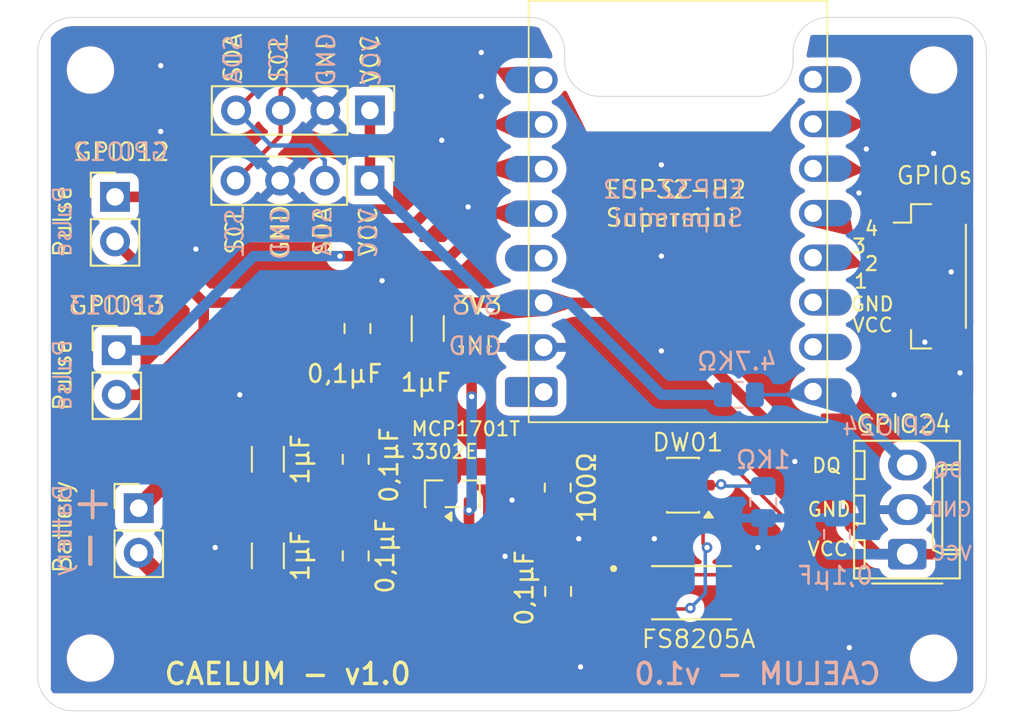
<source format=kicad_pcb>
(kicad_pcb (version 20241229) (generator "pcbnew") (generator_version "9.0")
  (layers (0 "F.Cu" signal) (2 "B.Cu" signal) (13 "F.Paste" user) (15 "B.Paste" user) (5 "F.SilkS" user "F.Silkscreen") (7 "B.SilkS" user "B.Silkscreen") (1 "F.Mask" user) (3 "B.Mask" user) (25 "Edge.Cuts" user))
  (net 0 "")
  (net 1 "Net-(U1-VCC)")
  (net 2 "BATT-")
  (net 3 "OUT-")
  (net 4 "BATT+")
  (net 5 "+3V3")
  (net 6 "Net-(U1-CS)")
  (net 8 "GPIO12")
  (net 9 "SDA")
  (net 10 "SCL")
  (net 13 "GPIO1")
  (net 14 "GPIO2")
  (net 15 "GPIO13")
  (net 17 "GPIO24")
  (net 18 "Net-(Q1-D12-Pad1)")
  (net 19 "Net-(Q1-G1)")
  (net 20 "Net-(Q1-G2)")
  (net 21 "GPIO3")
  (net 22 "GPIO4")
  (footprint "Capacitor_SMD:C_0805_2012Metric" (layer "F.Cu") (at 75.2 44.225 -90)
    (property "Reference" "0,1µF" (at 2.575 0.735 0) (layer "F.SilkS"))
    (property "Value" "0.1µF")
    (fp_line (start -0.261252 0.735) (end 0.261252 0.735) (stroke (width 0.12)) (layer "F.SilkS"))
    (fp_line (start -0.261252 -0.735) (end 0.261252 -0.735) (stroke (width 0.12)) (layer "F.SilkS"))
    (pad "1" smd roundrect (at -0.95 0 270) (size 1 1.45) (layers "F.Cu" "F.Mask" "F.Paste") (net 5 "+3V3"))
    (pad "2" smd roundrect (at 0.95 0 270) (size 1 1.45) (layers "F.Cu" "F.Mask" "F.Paste") (net 3 "OUT-"))
  )
  (footprint "MountingHole:MountingHole_2.2mm_M2" (layer "F.Cu") (at 60 63)
    (property "Reference" "H2" (hide yes))
    (property "Value" "MountingHole")
    (pad "" np_thru_hole circle (at 0 0) (size 2.2 2.2) (drill 2.2) (layers "*.Cu" "*.Mask"))
  )
  (footprint "MountingHole:MountingHole_2.2mm_M2" (layer "F.Cu") (at 108 29.5)
    (property "Reference" "H3" (hide yes))
    (property "Value" "MountingHole")
    (pad "" np_thru_hole circle (at 0 0) (size 2.2 2.2) (drill 2.2) (layers "*.Cu" "*.Mask"))
  )
  (footprint "Capacitor_SMD:C_1206_3216Metric" (layer "F.Cu") (at 70.1 57.175 -90)
    (property "Reference" "1µF" (at 0 -1.85 90) (layer "F.SilkS"))
    (property "Value" "1µF")
    (fp_line (start -0.711252 0.91) (end 0.711252 0.91) (stroke (width 0.12)) (layer "F.SilkS"))
    (fp_line (start -0.711252 -0.91) (end 0.711252 -0.91) (stroke (width 0.12)) (layer "F.SilkS"))
    (pad "1" smd roundrect (at -1.475 0 270) (size 1.15 1.8) (layers "F.Cu" "F.Mask" "F.Paste") (roundrect_rratio 0.217391) (net 3 "OUT-"))
    (pad "2" smd roundrect (at 1.475 0 270) (size 1.15 1.8) (layers "F.Cu" "F.Mask" "F.Paste") (roundrect_rratio 0.217391) (net 5 "+3V3"))
  )
  (footprint "Connector_PinHeader_2.54mm:PinHeader_1x02_P2.54mm_Vertical" (layer "F.Cu") (at 61.5 45.46)
    (property "Reference" "J6" (hide yes))
    (property "Value" "Pulse2")
    (fp_line (start -1.38 -1.38) (end 0 -1.38) (stroke (width 0.12)) (layer "F.SilkS"))
    (fp_line (start -1.38 0) (end -1.38 -1.38) (stroke (width 0.12)) (layer "F.SilkS"))
    (fp_line (start -1.38 1.27) (end -1.38 3.92) (stroke (width 0.12)) (layer "F.SilkS"))
    (fp_line (start -1.38 1.27) (end 1.38 1.27) (stroke (width 0.12)) (layer "F.SilkS"))
    (fp_line (start -1.38 3.92) (end 1.38 3.92) (stroke (width 0.12)) (layer "F.SilkS"))
    (fp_line (start 1.38 1.27) (end 1.38 3.92) (stroke (width 0.12)) (layer "F.SilkS"))
    (pad "1" thru_hole rect (at 0 0) (size 1.7 1.7) (drill 1) (layers "*.Cu" "*.Mask") (net 15 "GPIO13"))
    (pad "2" thru_hole circle (at 0 2.54) (size 1.7 1.7) (drill 1) (layers "*.Cu" "*.Mask") (net 5 "+3V3"))
  )
  (footprint "Connector_Molex:Molex_KK-254_AE-6410-03A_1x03_P2.54mm_Vertical" (layer "F.Cu") (at 106.5 57.08 90)
    (property "Reference" "J8" (hide yes))
    (property "Value" "DS18B20")
    (fp_line (start 6.46 -3.03) (end -1.38 -3.03) (stroke (width 0.12)) (layer "F.SilkS"))
    (fp_line (start 4.28 -3.03) (end 4.28 -2.43) (stroke (width 0.12)) (layer "F.SilkS"))
    (fp_line (start 1.74 -3.03) (end 1.74 -2.43) (stroke (width 0.12)) (layer "F.SilkS"))
    (fp_line (start -0.8 -3.03) (end -0.8 -2.43) (stroke (width 0.12)) (layer "F.SilkS"))
    (fp_line (start -1.38 -3.03) (end -1.38 2.99) (stroke (width 0.12)) (layer "F.SilkS"))
    (fp_line (start 5.88 -2.43) (end 5.88 -3.03) (stroke (width 0.12)) (layer "F.SilkS"))
    (fp_line (start 4.28 -2.43) (end 5.88 -2.43) (stroke (width 0.12)) (layer "F.SilkS"))
    (fp_line (start 3.34 -2.43) (end 3.34 -3.03) (stroke (width 0.12)) (layer "F.SilkS"))
    (fp_line (start 1.74 -2.43) (end 3.34 -2.43) (stroke (width 0.12)) (layer "F.SilkS"))
    (fp_line (start 0.8 -2.43) (end 0.8 -3.03) (stroke (width 0.12)) (layer "F.SilkS"))
    (fp_line (start -0.8 -2.43) (end 0.8 -2.43) (stroke (width 0.12)) (layer "F.SilkS"))
    (fp_line (start -1.67 -2) (end -1.67 2) (stroke (width 0.12)) (layer "F.SilkS"))
    (fp_line (start 4.83 1.46) (end 5.08 1.99) (stroke (width 0.12)) (layer "F.SilkS"))
    (fp_line (start 0.25 1.46) (end 4.83 1.46) (stroke (width 0.12)) (layer "F.SilkS"))
    (fp_line (start 5.08 1.99) (end 5.08 2.99) (stroke (width 0.12)) (layer "F.SilkS"))
    (fp_line (start 0 1.99) (end 0.25 1.46) (stroke (width 0.12)) (layer "F.SilkS"))
    (fp_line (start 0 1.99) (end 5.08 1.99) (stroke (width 0.12)) (layer "F.SilkS"))
    (fp_line (start 6.46 2.99) (end 6.46 -3.03) (stroke (width 0.12)) (layer "F.SilkS"))
    (fp_line (start 4.83 2.99) (end 4.83 1.99) (stroke (width 0.12)) (layer "F.SilkS"))
    (fp_line (start 0.25 2.99) (end 0.25 1.99) (stroke (width 0.12)) (layer "F.SilkS"))
    (fp_line (start 0 2.99) (end 0 1.99) (stroke (width 0.12)) (layer "F.SilkS"))
    (fp_line (start -1.38 2.99) (end 6.46 2.99) (stroke (width 0.12)) (layer "F.SilkS"))
    (pad "1" thru_hole roundrect (at 0 0 90) (size 1.74 2.19) (drill 1.19) (layers "*.Cu" "*.Mask") (roundrect_rratio 0.143678) (net 5 "+3V3"))
    (pad "2" thru_hole oval (at 2.54 0 90) (size 1.74 2.19) (drill 1.19) (layers "*.Cu" "*.Mask") (net 3 "OUT-"))
    (pad "3" thru_hole oval (at 5.08 0 90) (size 1.74 2.19) (drill 1.19) (layers "*.Cu" "*.Mask") (net 17 "GPIO24"))
  )
  (footprint "Connector_PinHeader_2.54mm:PinHeader_1x02_P2.54mm_Vertical" (layer "F.Cu") (at 61.4 36.725)
    (property "Reference" "J3" (hide yes))
    (property "Value" "Pulse1")
    (fp_line (start -1.38 -1.38) (end 0 -1.38) (stroke (width 0.12)) (layer "F.SilkS"))
    (fp_line (start -1.38 0) (end -1.38 -1.38) (stroke (width 0.12)) (layer "F.SilkS"))
    (fp_line (start -1.38 1.27) (end -1.38 3.92) (stroke (width 0.12)) (layer "F.SilkS"))
    (fp_line (start -1.38 1.27) (end 1.38 1.27) (stroke (width 0.12)) (layer "F.SilkS"))
    (fp_line (start -1.38 3.92) (end 1.38 3.92) (stroke (width 0.12)) (layer "F.SilkS"))
    (fp_line (start 1.38 1.27) (end 1.38 3.92) (stroke (width 0.12)) (layer "F.SilkS"))
    (pad "1" thru_hole rect (at 0 0) (size 1.7 1.7) (drill 1) (layers "*.Cu" "*.Mask") (net 8 "GPIO12"))
    (pad "2" thru_hole circle (at 0 2.54) (size 1.7 1.7) (drill 1) (layers "*.Cu" "*.Mask") (net 5 "+3V3"))
  )
  (footprint "Capacitor_SMD:C_0805_2012Metric" (layer "F.Cu") (at 75.1 57.175 -90)
    (property "Reference" "0,1µF" (at 0 -1.68 270) (layer "F.SilkS"))
    (property "Value" "0.1µF")
    (fp_line (start -0.261252 0.735) (end 0.261252 0.735) (stroke (width 0.12)) (layer "F.SilkS"))
    (fp_line (start -0.261252 -0.735) (end 0.261252 -0.735) (stroke (width 0.12)) (layer "F.SilkS"))
    (pad "1" smd roundrect (at -0.95 0 270) (size 1 1.45) (layers "F.Cu" "F.Mask" "F.Paste") (net 3 "OUT-"))
    (pad "2" smd roundrect (at 0.95 0 270) (size 1 1.45) (layers "F.Cu" "F.Mask" "F.Paste") (net 5 "+3V3"))
  )
  (footprint "Capacitor_SMD:C_1206_3216Metric" (layer "F.Cu") (at 79.2 44.225 -90)
    (property "Reference" "1µF" (at 3.075 0.1 180) (layer "F.SilkS"))
    (property "Value" "1µF")
    (fp_line (start -0.711252 0.91) (end 0.711252 0.91) (stroke (width 0.12)) (layer "F.SilkS"))
    (fp_line (start -0.711252 -0.91) (end 0.711252 -0.91) (stroke (width 0.12)) (layer "F.SilkS"))
    (pad "1" smd roundrect (at -1.475 0 270) (size 1.15 1.8) (layers "F.Cu" "F.Mask" "F.Paste") (roundrect_rratio 0.217391) (net 5 "+3V3"))
    (pad "2" smd roundrect (at 1.475 0 270) (size 1.15 1.8) (layers "F.Cu" "F.Mask" "F.Paste") (roundrect_rratio 0.217391) (net 3 "OUT-"))
  )
  (footprint "MountingHole:MountingHole_2.2mm_M2" (layer "F.Cu") (at 60 29.5)
    (property "Reference" "H1" (hide yes))
    (property "Value" "MountingHole")
    (pad "" np_thru_hole circle (at 0 0) (size 2.2 2.2) (drill 2.2) (layers "*.Cu" "*.Mask"))
  )
  (footprint "Capacitor_SMD:C_1206_3216Metric" (layer "F.Cu") (at 70.1 51.675 -90)
    (property "Reference" "1µF" (at 0 -1.85 90) (layer "F.SilkS"))
    (property "Value" "1µF")
    (fp_line (start -0.711252 0.91) (end 0.711252 0.91) (stroke (width 0.12)) (layer "F.SilkS"))
    (fp_line (start -0.711252 -0.91) (end 0.711252 -0.91) (stroke (width 0.12)) (layer "F.SilkS"))
    (pad "1" smd roundrect (at -1.475 0 270) (size 1.15 1.8) (layers "F.Cu" "F.Mask" "F.Paste") (roundrect_rratio 0.217391) (net 4 "BATT+"))
    (pad "2" smd roundrect (at 1.475 0 270) (size 1.15 1.8) (layers "F.Cu" "F.Mask" "F.Paste") (roundrect_rratio 0.217391) (net 3 "OUT-"))
  )
  (footprint "Capacitor_SMD:C_0805_2012Metric" (layer "F.Cu") (at 86.625 59.2 -90)
    (property "Reference" "0,1µF" (at -0.2 1.925 270) (layer "F.SilkS"))
    (property "Value" "0.1µF")
    (fp_line (start -0.261252 0.735) (end 0.261252 0.735) (stroke (width 0.12)) (layer "F.SilkS"))
    (fp_line (start -0.261252 -0.735) (end 0.261252 -0.735) (stroke (width 0.12)) (layer "F.SilkS"))
    (pad "1" smd roundrect (at -0.95 0 270) (size 1 1.45) (layers "F.Cu" "F.Mask" "F.Paste") (net 1 "Net-(U1-VCC)"))
    (pad "2" smd roundrect (at 0.95 0 270) (size 1 1.45) (layers "F.Cu" "F.Mask" "F.Paste") (net 2 "BATT-"))
  )
  (footprint "FS8205A:SOP65P640X120-8N-FC" (layer "F.Cu") (at 94.22 59.275)
    (property "Reference" "Q1" (hide yes))
    (property "Value" "FS8205A-FC")
    (fp_line (start -2.25 -1.515) (end 2.25 -1.515) (stroke (width 0.127)) (layer "F.SilkS"))
    (fp_line (start -2.25 1.515) (end 2.25 1.515) (stroke (width 0.127)) (layer "F.SilkS"))
    (fp_circle (center -4.44 -1.375) (end -4.34 -1.375) (stroke (width 0.2)) (fill no) (layer "F.SilkS"))
    (pad "1" smd roundrect (at -2.88 -0.975) (size 1.56 0.4) (layers "F.Cu" "F.Mask" "F.Paste") (roundrect_rratio 0.125) (net 18 "Net-(Q1-D12-Pad1)") (clearance 0.15))
    (pad "2" smd roundrect (at -2.88 -0.325) (size 1.56 0.4) (layers "F.Cu" "F.Mask" "F.Paste") (roundrect_rratio 0.125) (net 2 "BATT-") (clearance 0.15))
    (pad "3" smd roundrect (at -2.88 0.325) (size 1.56 0.4) (layers "F.Cu" "F.Mask" "F.Paste") (roundrect_rratio 0.125) (net 2 "BATT-") (clearance 0.15))
    (pad "4" smd roundrect (at -2.88 0.975) (size 1.56 0.4) (layers "F.Cu" "F.Mask" "F.Paste") (roundrect_rratio 0.125) (net 19 "Net-(Q1-G1)") (clearance 0.15))
    (pad "5" smd roundrect (at 2.88 0.975) (size 1.56 0.4) (layers "F.Cu" "F.Mask" "F.Paste") (roundrect_rratio 0.125) (net 20 "Net-(Q1-G2)") (clearance 0.15))
    (pad "6" smd roundrect (at 2.88 0.325) (size 1.56 0.4) (layers "F.Cu" "F.Mask" "F.Paste") (roundrect_rratio 0.125) (net 3 "OUT-") (clearance 0.15))
    (pad "7" smd roundrect (at 2.88 -0.325) (size 1.56 0.4) (layers "F.Cu" "F.Mask" "F.Paste") (roundrect_rratio 0.125) (net 3 "OUT-") (clearance 0.15))
    (pad "8" smd roundrect (at 2.88 -0.975) (size 1.56 0.4) (layers "F.Cu" "F.Mask" "F.Paste") (roundrect_rratio 0.125) (net 18 "Net-(Q1-D12-Pad1)") (clearance 0.15))
  )
  (footprint "Package_TO_SOT_SMD:SOT-23" (layer "F.Cu") (at 80.6 53.6375 90)
    (property "Reference" "U2" (hide yes))
    (property "Value" "MCP1700T-3302E")
    (fp_line (start 0.76 -1.56) (end 0.76 -0.56) (stroke (width 0.12)) (layer "F.SilkS"))
    (fp_line (start -0.76 -1.56) (end 0.76 -1.56) (stroke (width 0.12)) (layer "F.SilkS"))
    (fp_line (start -0.76 -1.51) (end -0.76 -1.56) (stroke (width 0.12)) (layer "F.SilkS"))
    (fp_line (start -0.76 0.39) (end -0.76 -0.39) (stroke (width 0.12)) (layer "F.SilkS"))
    (fp_line (start 0.76 0.56) (end 0.76 1.56) (stroke (width 0.12)) (layer "F.SilkS"))
    (fp_line (start 0.76 1.56) (end -0.76 1.56) (stroke (width 0.12)) (layer "F.SilkS"))
    (fp_line (start -0.76 1.56) (end -0.76 1.51) (stroke (width 0.12)) (layer "F.SilkS"))
    (fp_poly (pts (xy -1.3 -0.38) (xy -1.06 -0.05) (xy -1.54 -0.05)) (stroke (width 0.12)) (fill yes) (layer "F.SilkS"))
    (pad "1" smd roundrect (at -0.9375 -0.95 90) (size 1.475 0.6) (layers "F.Cu" "F.Mask" "F.Paste") (net 3 "OUT-"))
    (pad "2" smd roundrect (at -0.9375 0.95 90) (size 1.475 0.6) (layers "F.Cu" "F.Mask" "F.Paste") (net 5 "+3V3"))
    (pad "3" smd roundrect (at 0.9375 0 90) (size 1.475 0.6) (layers "F.Cu" "F.Mask" "F.Paste") (net 4 "BATT+"))
  )
  (footprint "Connector_PinHeader_2.54mm:PinHeader_1x04_P2.54mm_Vertical" (layer "F.Cu") (at 75.88 35.8 -90)
    (property "Reference" "J7" (hide yes))
    (property "Value" "Conn_01x04_Pin")
    (fp_line (start -1.38 9) (end 1.38 9) (stroke (width 0.12)) (layer "F.SilkS"))
    (fp_line (start -1.38 1.27) (end -1.38 9) (stroke (width 0.12)) (layer "F.SilkS"))
    (fp_line (start -1.38 1.27) (end 1.38 1.27) (stroke (width 0.12)) (layer "F.SilkS"))
    (fp_line (start 1.38 1.27) (end 1.38 9) (stroke (width 0.12)) (layer "F.SilkS"))
    (fp_line (start -1.38 0) (end -1.38 -1.38) (stroke (width 0.12)) (layer "F.SilkS"))
    (fp_line (start -1.38 -1.38) (end 0 -1.38) (stroke (width 0.12)) (layer "F.SilkS"))
    (pad "1" thru_hole rect (at 0 0 270) (size 1.7 1.7) (drill 1) (layers "*.Cu" "*.Mask") (net 5 "+3V3"))
    (pad "2" thru_hole circle (at 0 2.54 270) (size 1.7 1.7) (drill 1) (layers "*.Cu" "*.Mask") (net 9 "SDA"))
    (pad "3" thru_hole circle (at 0 5.08 270) (size 1.7 1.7) (drill 1) (layers "*.Cu" "*.Mask") (net 3 "OUT-"))
    (pad "4" thru_hole circle (at 0 7.62 270) (size 1.7 1.7) (drill 1) (layers "*.Cu" "*.Mask") (net 10 "SCL"))
  )
  (footprint "Connector_PinHeader_2.54mm:PinHeader_1x02_P2.54mm_Vertical" (layer "F.Cu") (at 62.75 54.46)
    (property "Reference" "J4" (hide yes))
    (property "Value" "Batt")
    (fp_line (start -1.38 -1.38) (end 0 -1.38) (stroke (width 0.12)) (layer "F.SilkS"))
    (fp_line (start -1.38 0) (end -1.38 -1.38) (stroke (width 0.12)) (layer "F.SilkS"))
    (fp_line (start -1.38 1.27) (end -1.38 3.92) (stroke (width 0.12)) (layer "F.SilkS"))
    (fp_line (start -1.38 1.27) (end 1.38 1.27) (stroke (width 0.12)) (layer "F.SilkS"))
    (fp_line (start -1.38 3.92) (end 1.38 3.92) (stroke (width 0.12)) (layer "F.SilkS"))
    (fp_line (start 1.38 1.27) (end 1.38 3.92) (stroke (width 0.12)) (layer "F.SilkS"))
    (pad "1" thru_hole rect (at 0 0) (size 1.7 1.7) (drill 1) (layers "*.Cu" "*.Mask") (net 4 "BATT+"))
    (pad "2" thru_hole circle (at 0 2.54) (size 1.7 1.7) (drill 1) (layers "*.Cu" "*.Mask") (net 2 "BATT-"))
  )
  (footprint "Connector_PinHeader_2.54mm:PinHeader_1x04_P2.54mm_Vertical" (layer "F.Cu") (at 75.91 31.8 -90)
    (property "Reference" "J10" (hide yes))
    (property "Value" "Conn_01x04_Pin")
    (fp_line (start -1.38 9) (end 1.38 9) (stroke (width 0.12)) (layer "F.SilkS"))
    (fp_line (start -1.38 1.27) (end -1.38 9) (stroke (width 0.12)) (layer "F.SilkS"))
    (fp_line (start -1.38 1.27) (end 1.38 1.27) (stroke (width 0.12)) (layer "F.SilkS"))
    (fp_line (start 1.38 1.27) (end 1.38 9) (stroke (width 0.12)) (layer "F.SilkS"))
    (fp_line (start -1.38 0) (end -1.38 -1.38) (stroke (width 0.12)) (layer "F.SilkS"))
    (fp_line (start -1.38 -1.38) (end 0 -1.38) (stroke (width 0.12)) (layer "F.SilkS"))
    (pad "1" thru_hole rect (at 0 0 270) (size 1.7 1.7) (drill 1) (layers "*.Cu" "*.Mask") (net 5 "+3V3"))
    (pad "2" thru_hole circle (at 0 2.54 270) (size 1.7 1.7) (drill 1) (layers "*.Cu" "*.Mask") (net 3 "OUT-"))
    (pad "3" thru_hole circle (at 0 5.08 270) (size 1.7 1.7) (drill 1) (layers "*.Cu" "*.Mask") (net 10 "SCL"))
    (pad "4" thru_hole circle (at 0 7.62 270) (size 1.7 1.7) (drill 1) (layers "*.Cu" "*.Mask") (net 9 "SDA"))
  )
  (footprint "MountingHole:MountingHole_2.2mm_M2" (layer "F.Cu") (at 108 63)
    (property "Reference" "H4" (hide yes))
    (property "Value" "MountingHole")
    (pad "" np_thru_hole circle (at 0 0) (size 2.2 2.2) (drill 2.2) (layers "*.Cu" "*.Mask"))
  )
  (footprint "esp32-h2-supermini:ESP32H2-Supermini" (layer "F.Cu") (at 92.947363 50.559822)
    (property "Reference" "U3" (hide yes))
    (property "Value" "ESP32-H2-SUPERMINI")
    (fp_rect (start -8 -25) (end 9 -1) (stroke (width 0.1)) (fill no) (layer "F.SilkS"))
    (pad "2" thru_hole oval (at -7.15 -20.5 180) (size 3 1.5) (drill 1 (offset 0.7 0)) (layers "*.Cu" "*.Mask") (net 9 "SDA"))
    (pad "3" thru_hole oval (at -7.15 -17.96 180) (size 3 1.5) (drill 1 (offset 0.7 0)) (layers "*.Cu" "*.Mask") (net 10 "SCL"))
    (pad "4" thru_hole oval (at -7.15 -15.42 180) (size 3 1.5) (drill 1 (offset 0.7 0)) (layers "*.Cu" "*.Mask") (net 8 "GPIO12"))
    (pad "5" thru_hole oval (at -7.15 -12.88 180) (size 3 1.5) (drill 1 (offset 0.7 0)) (layers "*.Cu" "*.Mask") (net 15 "GPIO13"))
    (pad "6" thru_hole oval (at -7.15 -10.34 180) (size 3 1.5) (drill 1 (offset 0.7 0)) (layers "*.Cu" "*.Mask"))
    (pad "7" thru_hole oval (at -7.15 -7.8 180) (size 3 1.5) (drill 1 (offset 0.7 0)) (layers "*.Cu" "*.Mask") (net 5 "+3V3"))
    (pad "8" thru_hole oval (at -7.15 -5.26 180) (size 3 1.5) (drill 1 (offset 0.7 0)) (layers "*.Cu" "*.Mask") (net 3 "OUT-"))
    (pad "9" thru_hole roundrect (at -7.15 -2.72 180) (size 3 1.7) (drill 1 (offset 0.7 0)) (layers "*.Cu" "*.Mask") (roundrect_rratio 0.1470588235))
    (pad "12" thru_hole oval (at 8.188242 -20.527323) (size 3 1.5) (drill 1 (offset 0.7 0)) (layers "*.Cu" "*.Mask"))
    (pad "13" thru_hole oval (at 8.188242 -17.987323) (size 3 1.5) (drill 1 (offset 0.7 0)) (layers "*.Cu" "*.Mask") (net 22 "GPIO4"))
    (pad "14" thru_hole oval (at 8.188242 -15.447323) (size 3 1.5) (drill 1 (offset 0.7 0)) (layers "*.Cu" "*.Mask") (net 21 "GPIO3"))
    (pad "15" thru_hole oval (at 8.188242 -12.907323) (size 3 1.5) (drill 1 (offset 0.7 0)) (layers "*.Cu" "*.Mask") (net 14 "GPIO2"))
    (pad "16" thru_hole oval (at 8.188242 -10.367323) (size 3 1.5) (drill 1 (offset 0.7 0)) (layers "*.Cu" "*.Mask") (net 13 "GPIO1"))
    (pad "17" thru_hole oval (at 8.188242 -7.827323) (size 3 1.5) (drill 1 (offset 0.7 0)) (layers "*.Cu" "*.Mask"))
    (pad "18" thru_hole oval (at 8.188242 -5.287323) (size 3 1.5) (drill 1 (offset 0.7 0)) (layers "*.Cu" "*.Mask"))
    (pad "19" thru_hole oval (at 8.188242 -2.747323) (size 3 1.5) (drill 1 (offset 0.7 0)) (layers "*.Cu" "*.Mask") (net 17 "GPIO24"))
  )
  (footprint "Resistor_SMD:R_0805_2012Metric" (layer "F.Cu") (at 86.6 53.2875 -90)
    (property "Reference" "100Ω" (at 0 -1.65 90) (layer "F.SilkS"))
    (property "Value" "100R")
    (fp_line (start -0.227064 0.735) (end 0.227064 0.735) (stroke (width 0.12)) (layer "F.SilkS"))
    (fp_line (start -0.227064 -0.735) (end 0.227064 -0.735) (stroke (width 0.12)) (layer "F.SilkS"))
    (pad "1" smd roundrect (at -0.9125 0 270) (size 1.025 1.4) (layers "F.Cu" "F.Mask" "F.Paste") (roundrect_rratio 0.243902) (net 4 "BATT+"))
    (pad "2" smd roundrect (at 0.9125 0 270) (size 1.025 1.4) (layers "F.Cu" "F.Mask" "F.Paste") (roundrect_rratio 0.243902) (net 1 "Net-(U1-VCC)"))
  )
  (footprint "Capacitor_SMD:C_0805_2012Metric" (layer "F.Cu") (at 75.1 51.675 -90)
    (property "Reference" "0,1µF" (at 0.325 -1.9 270) (layer "F.SilkS"))
    (property "Value" "0.1µF")
    (fp_line (start -0.261252 0.735) (end 0.261252 0.735) (stroke (width 0.12)) (layer "F.SilkS"))
    (fp_line (start -0.261252 -0.735) (end 0.261252 -0.735) (stroke (width 0.12)) (layer "F.SilkS"))
    (pad "1" smd roundrect (at -0.95 0 270) (size 1 1.45) (layers "F.Cu" "F.Mask" "F.Paste") (net 4 "BATT+"))
    (pad "2" smd roundrect (at 0.95 0 270) (size 1 1.45) (layers "F.Cu" "F.Mask" "F.Paste") (net 3 "OUT-"))
  )
  (footprint "Package_TO_SOT_SMD:SOT-23-6" (layer "F.Cu") (at 93.7375 53.15 180)
    (property "Reference" "U1" (hide yes))
    (property "Value" "DW01A")
    (fp_line (start 0.91 1.56) (end -0.91 1.56) (stroke (width 0.12)) (layer "F.SilkS"))
    (fp_line (start 0.91 1.51) (end 0.91 1.56) (stroke (width 0.12)) (layer "F.SilkS"))
    (fp_line (start 0.91 -1.56) (end 0.91 -1.51) (stroke (width 0.12)) (layer "F.SilkS"))
    (fp_line (start -0.91 1.56) (end -0.91 1.51) (stroke (width 0.12)) (layer "F.SilkS"))
    (fp_line (start -0.91 -1.51) (end -0.91 -1.56) (stroke (width 0.12)) (layer "F.SilkS"))
    (fp_line (start -0.91 -1.56) (end 0.91 -1.56) (stroke (width 0.12)) (layer "F.SilkS"))
    (fp_poly (pts (xy -1.45 -1.51) (xy -1.69 -1.84) (xy -1.21 -1.84)) (stroke (width 0.12)) (fill yes) (layer "F.SilkS"))
    (pad "1" smd roundrect (at -1.1375 -0.95 180) (size 1.325 0.6) (layers "F.Cu" "F.Mask" "F.Paste") (net 19 "Net-(Q1-G1)"))
    (pad "2" smd roundrect (at -1.1375 0 180) (size 1.325 0.6) (layers "F.Cu" "F.Mask" "F.Paste") (net 6 "Net-(U1-CS)"))
    (pad "3" smd roundrect (at -1.1375 0.95 180) (size 1.325 0.6) (layers "F.Cu" "F.Mask" "F.Paste") (net 20 "Net-(Q1-G2)"))
    (pad "4" smd roundrect (at 1.1375 0.95 180) (size 1.325 0.6) (layers "F.Cu" "F.Mask" "F.Paste"))
    (pad "5" smd roundrect (at 1.1375 0 180) (size 1.325 0.6) (layers "F.Cu" "F.Mask" "F.Paste") (net 1 "Net-(U1-VCC)"))
    (pad "6" smd roundrect (at 1.1375 -0.95 180) (size 1.325 0.6) (layers "F.Cu" "F.Mask" "F.Paste") (net 2 "BATT-"))
  )
  (footprint "Connector_JST:JST_SH_BM06B-SRSS-TB_1x06-1MP_P1.00mm_Vertical" (layer "F.Cu") (at 107.825 41.25 -90)
    (property "Reference" "J1" (hide yes))
    (property "Value" "Conn_01x06_Pin")
    (fp_line (start -4.11 1.11) (end -3.06 1.11) (stroke (width 0.12)) (layer "F.SilkS"))
    (fp_line (start -3.06 1.11) (end -3.06 2.1) (stroke (width 0.12)) (layer "F.SilkS"))
    (fp_line (start 4.11 1.11) (end 3.06 1.11) (stroke (width 0.12)) (layer "F.SilkS"))
    (fp_line (start -4.11 -0.04) (end -4.11 1.11) (stroke (width 0.12)) (layer "F.SilkS"))
    (fp_line (start 4.11 -0.04) (end 4.11 1.11) (stroke (width 0.12)) (layer "F.SilkS"))
    (fp_line (start -2.94 -2.01) (end 2.94 -2.01) (stroke (width 0.12)) (layer "F.SilkS"))
    (pad "1" smd roundrect (at -2.5 1.325 270) (size 0.6 1.55) (layers "F.Cu" "F.Mask" "F.Paste") (net 22 "GPIO4"))
    (pad "2" smd roundrect (at -1.5 1.325 270) (size 0.6 1.55) (layers "F.Cu" "F.Mask" "F.Paste") (net 21 "GPIO3"))
    (pad "3" smd roundrect (at -0.5 1.325 270) (size 0.6 1.55) (layers "F.Cu" "F.Mask" "F.Paste") (net 14 "GPIO2"))
    (pad "4" smd roundrect (at 0.5 1.325 270) (size 0.6 1.55) (layers "F.Cu" "F.Mask" "F.Paste") (net 13 "GPIO1"))
    (pad "5" smd roundrect (at 1.5 1.325 270) (size 0.6 1.55) (layers "F.Cu" "F.Mask" "F.Paste") (net 3 "OUT-"))
    (pad "6" smd roundrect (at 2.5 1.325 270) (size 0.6 1.55) (layers "F.Cu" "F.Mask" "F.Paste") (net 5 "+3V3"))
    (pad "MP" smd roundrect (at -3.8 -1.2 270) (size 1.2 1.8) (layers "F.Cu" "F.Mask" "F.Paste") (roundrect_rratio 0.208333))
    (pad "MP" smd roundrect (at 3.8 -1.2 270) (size 1.2 1.8) (layers "F.Cu" "F.Mask" "F.Paste") (roundrect_rratio 0.208333))
  )
  (footprint "Resistor_SMD:R_0805_2012Metric" (layer "B.Cu") (at 98.3 54.1125 -90)
    (property "Reference" "1KΩ" (at -2.4125 0 180) (layer "B.SilkS") (effects (justify mirror)))
    (property "Value" "1K")
    (fp_line (start -0.227064 0.735) (end 0.227064 0.735) (stroke (width 0.12)) (layer "B.SilkS"))
    (fp_line (start -0.227064 -0.735) (end 0.227064 -0.735) (stroke (width 0.12)) (layer "B.SilkS"))
    (pad "1" smd roundrect (at -0.9125 0 270) (size 1.025 1.4) (layers "B.Cu" "B.Mask" "B.Paste") (roundrect_rratio 0.243902) (net 6 "Net-(U1-CS)"))
    (pad "2" smd roundrect (at 0.9125 0 270) (size 1.025 1.4) (layers "B.Cu" "B.Mask" "B.Paste") (roundrect_rratio 0.243902) (net 3 "OUT-"))
  )
  (footprint "Resistor_SMD:R_0805_2012Metric" (layer "B.Cu") (at 96.9125 48)
    (property "Reference" "R3" (hide yes))
    (property "Value" "4.7KΩ")
    (fp_line (start -0.227064 -0.735) (end 0.227064 -0.735) (stroke (width 0.12)) (layer "B.SilkS"))
    (fp_line (start -0.227064 0.735) (end 0.227064 0.735) (stroke (width 0.12)) (layer "B.SilkS"))
    (pad "1" smd roundrect (at -0.9125 0) (size 1.025 1.4) (layers "B.Cu" "B.Mask" "B.Paste") (roundrect_rratio 0.243902) (net 5 "+3V3"))
    (pad "2" smd roundrect (at 0.9125 0) (size 1.025 1.4) (layers "B.Cu" "B.Mask" "B.Paste") (roundrect_rratio 0.243902) (net 17 "GPIO24"))
  )
  (footprint "Capacitor_SMD:C_0805_2012Metric" (layer "B.Cu") (at 102.5 55.95 -90)
    (property "Reference" "0,1µF" (at 2.35 0.1 180) (layer "B.SilkS") (effects (justify mirror)))
    (property "Value" "0.1µF")
    (fp_line (start -0.261252 0.735) (end 0.261252 0.735) (stroke (width 0.12)) (layer "B.SilkS"))
    (fp_line (start -0.261252 -0.735) (end 0.261252 -0.735) (stroke (width 0.12)) (layer "B.SilkS"))
    (pad "1" smd roundrect (at -0.95 0 270) (size 1 1.45) (layers "B.Cu" "B.Mask" "B.Paste") (net 3 "OUT-"))
    (pad "2" smd roundrect (at 0.95 0 270) (size 1 1.45) (layers "B.Cu" "B.Mask" "B.Paste") (net 5 "+3V3"))
  )
  (gr_line (start 92.7 54.2) (end 92.6 54.1) (stroke (width 0.2)) (layer "F.Cu") (net 2))
  (gr_line (start 92.6 54.1) (end 92.2 54.3) (stroke (width 0.2)) (layer "F.Cu") (net 2))
  (gr_line (start 100 28.5) (end 100 29) (stroke (width 0.05)) (layer "Edge.Cuts"))
  (gr_arc (start 111 64) (mid 110.414214 65.414214) (end 109 66) (stroke (width 0.05)) (layer "Edge.Cuts"))
  (gr_arc (start 109 26.5) (mid 110.414214 27.085786) (end 111 28.5) (stroke (width 0.05)) (layer "Edge.Cuts"))
  (gr_line (start 87 28.5) (end 87 29) (stroke (width 0.05)) (layer "Edge.Cuts"))
  (gr_line (start 111 64) (end 111 28.5) (stroke (width 0.05)) (layer "Edge.Cuts"))
  (gr_arc (start 57 28.5) (mid 57.585786 27.085786) (end 59 26.5) (stroke (width 0.05)) (layer "Edge.Cuts"))
  (gr_line (start 59 26.5) (end 85 26.5) (stroke (width 0.05)) (layer "Edge.Cuts"))
  (gr_arc (start 100 29) (mid 99.414214 30.414214) (end 98 31) (stroke (width 0.05)) (layer "Edge.Cuts"))
  (gr_line (start 89 31) (end 98 31) (stroke (width 0.05)) (layer "Edge.Cuts"))
  (gr_arc (start 85 26.5) (mid 86.414214 27.085786) (end 87 28.5) (stroke (width 0.05)) (layer "Edge.Cuts"))
  (gr_line (start 109 26.5) (end 102 26.5) (stroke (width 0.05)) (layer "Edge.Cuts"))
  (gr_line (start 57 28.5) (end 57 64) (stroke (width 0.05)) (layer "Edge.Cuts"))
  (gr_arc (start 89 31) (mid 87.585786 30.414214) (end 87 29) (stroke (width 0.05)) (layer "Edge.Cuts"))
  (gr_arc (start 59 66) (mid 57.585786 65.414214) (end 57 64) (stroke (width 0.05)) (layer "Edge.Cuts"))
  (gr_line (start 59 66) (end 109 66) (stroke (width 0.05)) (layer "Edge.Cuts"))
  (gr_arc (start 100 28.5) (mid 100.585786 27.085786) (end 102 26.5) (stroke (width 0.05)) (layer "Edge.Cuts"))
  (gr_text "Battery" (at 59 58.25 90) (layer "F.SilkS") (effects (font (size 1 1) (thickness 0.125)) (justify left bottom)))
  (gr_text "DQ" (at 101 52.5 0) (layer "F.SilkS") (effects (font (size 0.8 0.8) (thickness 0.125)) (justify left bottom)))
  (gr_text "CAELUM - v1.0" (at 64.1 64.6 0) (layer "F.SilkS") (effects (font (size 1.2 1.2) (thickness 0.2) (bold yes)) (justify left bottom)))
  (gr_text "GND" (at 100.75 55 0) (layer "F.SilkS") (effects (font (size 0.8 0.8) (thickness 0.125)) (justify left bottom)))
  (gr_text "GND" (at 74 30.5 90) (layer "F.SilkS") (effects (font (size 1 1) (thickness 0.125)) (justify left bottom)))
  (gr_text "4" (at 104 39 0) (layer "F.SilkS") (effects (font (size 0.8 0.8) (thickness 0.125)) (justify left bottom)))
  (gr_text "2" (at 104 41 0) (layer "F.SilkS") (effects (font (size 0.8 0.8) (thickness 0.125)) (justify left bottom)))
  (gr_text "MCP1701T\n3302E" (at 78.2 51.7 0) (layer "F.SilkS") (effects (font (size 0.8 0.8) (thickness 0.125)) (justify left bottom)))
  (gr_text "VCC" (at 76.4 40.2 90) (layer "F.SilkS") (effects (font (size 1 1) (thickness 0.125)) (justify left bottom)))
  (gr_text "GPIO24" (at 103.5 50.25 0) (layer "F.SilkS") (effects (font (size 1 1) (thickness 0.125)) (justify left bottom)))
  (gr_text "SCL" (at 68.8 40.1 90) (layer "F.SilkS") (effects (font (size 1 1) (thickness 0.125)) (justify left bottom)))
  (gr_text "Pulse" (at 59 40.25 90) (layer "F.SilkS") (effects (font (size 1 1) (thickness 0.125)) (justify left bottom)))
  (gr_text "SDA" (at 73.8 40.2 90) (layer "F.SilkS") (effects (font (size 1 1) (thickness 0.125)) (justify left bottom)))
  (gr_text "SDA" (at 68.7 30.3 90) (layer "F.SilkS") (effects (font (size 1 1) (thickness 0.125)) (justify left bottom)))
  (gr_text "GPIOs" (at 105.805103 36.093748 0) (layer "F.SilkS") (effects (font (size 1 1) (thickness 0.125)) (justify left bottom)))
  (gr_text "VCC" (at 76.5 30.4 90) (layer "F.SilkS") (effects (font (size 1 1) (thickness 0.125)) (justify left bottom)))
  (gr_text "GND" (at 103.2 43.3 0) (layer "F.SilkS") (effects (font (size 0.8 0.8) (thickness 0.125)) (justify left bottom)))
  (gr_text "1" (at 103.4 42 0) (layer "F.SilkS") (effects (font (size 0.8 0.8) (thickness 0.125)) (justify left bottom)))
  (gr_text "GND" (at 80.3 45.8 0) (layer "F.SilkS") (effects (font (size 1 1) (thickness 0.125)) (justify left bottom)))
  (gr_text "VCC" (at 100.75 57.25 0) (layer "F.SilkS") (effects (font (size 0.8 0.8) (thickness 0.125)) (justify left bottom)))
  (gr_text "3" (at 103.3 40 0) (layer "F.SilkS") (effects (font (size 0.8 0.8) (thickness 0.125)) (justify left bottom)))
  (gr_text "SCL" (at 71.3 30.3 90) (layer "F.SilkS") (effects (font (size 1 1) (thickness 0.125)) (justify left bottom)))
  (gr_text "Pulse" (at 59 49 90) (layer "F.SilkS") (effects (font (size 1 1) (thickness 0.125)) (justify left bottom)))
  (gr_text "VCC" (at 103.3 44.5 0) (layer "F.SilkS") (effects (font (size 0.8 0.8) (thickness 0.125)) (justify left bottom)))
  (gr_text "FS8205A" (at 91.3 62.5 0) (layer "F.SilkS") (effects (font (size 1 1) (thickness 0.125)) (justify left bottom)))
  (gr_text "GND" (at 71.4 40.3 90) (layer "F.SilkS") (effects (font (size 1 1) (thickness 0.125)) (justify left bottom)))
  (gr_text "3V3" (at 80.6 43.5 0) (layer "F.SilkS") (effects (font (size 1 1) (thickness 0.125)) (justify left bottom)))
  (gr_text "+" (at 58.75 55.25 0) (layer "F.SilkS") (effects (font (size 2 2) (thickness 0.2)) (justify left bottom)))
  (gr_text "GPIO13" (at 58.75 43.5 0) (layer "F.SilkS") (effects (font (size 1 1) (thickness 0.125)) (justify left bottom)))
  (gr_text "GPIO12" (at 59 34.75 0) (layer "F.SilkS") (effects (font (size 1 1) (thickness 0.125)) (justify left bottom)))
  (gr_text "DW01" (at 91.9 51.3 0) (layer "F.SilkS") (effects (font (size 1 1) (thickness 0.125)) (justify left bottom)))
  (gr_text "ESP32-H2 \nSupermini" (at 89.25 38.5 0) (layer "F.SilkS") (effects (font (size 1 1) (thickness 0.125)) (justify left bottom)))
  (gr_text "-" (at 61 58.25 90) (layer "F.SilkS") (effects (font (size 2 2) (thickness 0.2)) (justify left bottom)))
  (gr_text "GND" (at 110.25 55 0) (layer "B.SilkS") (effects (font (size 0.8 0.8) (thickness 0.125)) (justify left bottom mirror)))
  (gr_text "VCC" (at 76.6 27.5 90) (layer "B.SilkS") (effects (font (size 1 1) (thickness 0.125)) (justify left bottom mirror)))
  (gr_text "GPIO24" (at 108.3 50.4 -0) (layer "B.SilkS") (effects (font (size 1 1) (thickness 0.125)) (justify left bottom mirror)))
  (gr_text "SCL" (at 71.3 27.5 90) (layer "B.SilkS") (effects (font (size 1 1) (thickness 0.125)) (justify left bottom mirror)))
  (gr_text "GPIO13" (at 64.25 43.5 -0) (layer "B.SilkS") (effects (font (size 1 1) (thickness 0.125)) (justify left bottom mirror)))
  (gr_text "+" (at 61.5 55.25 -0) (layer "B.SilkS") (effects (font (size 2 2) (thickness 0.2)) (justify left bottom mirror)))
  (gr_text "GND" (at 83.5 45.8 -0) (layer "B.SilkS") (effects (font (size 1 1) (thickness 0.125)) (justify left bottom mirror)))
  (gr_text "-" (at 59 58.25 -90) (layer "B.SilkS") (effects (font (size 2 2) (thickness 0.2)) (justify left bottom mirror)))
  (gr_text "Pulse" (at 59 44.75 90) (layer "B.SilkS") (effects (font (size 1 1) (thickness 0.125)) (justify left bottom mirror)))
  (gr_text "VCC" (at 110.25 57.5 0) (layer "B.SilkS") (effects (font (size 0.8 0.8) (thickness 0.125)) (justify left bottom mirror)))
  (gr_text "3V3" (at 83.4 43.5 -0) (layer "B.SilkS") (effects (font (size 1 1) (thickness 0.125)) (justify left bottom mirror)))
  (gr_text "SDA" (at 68.7 27.4 90) (layer "B.SilkS") (effects (font (size 1 1) (thickness 0.125)) (justify left bottom mirror)))
  (gr_text "GPIO12" (at 64.5 34.75 -0) (layer "B.SilkS") (effects (font (size 1 1) (thickness 0.125)) (justify left bottom mirror)))
  (gr_text "SDA" (at 73.8 37.2 90) (layer "B.SilkS") (effects (font (size 1 1) (thickness 0.125)) (justify left bottom mirror)))
  (gr_text "DQ" (at 109.75 52.75 0) (layer "B.SilkS") (effects (font (size 0.8 0.8) (thickness 0.125)) (justify left bottom mirror)))
  (gr_text "GND" (at 71.4 37.2 90) (layer "B.SilkS") (effects (font (size 1 1) (thickness 0.125)) (justify left bottom mirror)))
  (gr_text "CAELUM - v1.0" (at 105.1 64.6 -0) (layer "B.SilkS") (effects (font (size 1.2 1.2) (thickness 0.2) (bold yes)) (justify left bottom mirror)))
  (gr_text "VCC" (at 76.4 37.3 90) (layer "B.SilkS") (effects (font (size 1 1) (thickness 0.125)) (justify left bottom mirror)))
  (gr_text "SCL" (at 68.8 37.3 90) (layer "B.SilkS") (effects (font (size 1 1) (thickness 0.125)) (justify left bottom mirror)))
  (gr_text "Battery" (at 59 53 90) (layer "B.SilkS") (effects (font (size 1 1) (thickness 0.125)) (justify left bottom mirror)))
  (gr_text "Pulse" (at 59 36 90) (layer "B.SilkS") (effects (font (size 1 1) (thickness 0.125)) (justify left bottom mirror)))
  (gr_text "4.7KΩ" (at 96.8 46.1 0) (layer "B.SilkS") (effects (font (size 1 1)) (justify mirror)))
  (gr_text "ESP32-H2 \nSupermini" (at 97.25 38.5 -0) (layer "B.SilkS") (effects (font (size 1 1) (thickness 0.125)) (justify left bottom mirror)))
  (gr_text "GND" (at 74 27.3 90) (layer "B.SilkS") (effects (font (size 1 1) (thickness 0.125)) (justify left bottom mirror)))
  (segment (start 86.6 54.2) (end 88.4 54.2) (width 0.4) (layer "F.Cu") (net 1))
  (segment (start 89.45 53.15) (end 92.6 53.15) (width 0.4) (layer "F.Cu") (net 1))
  (segment (start 86.625 54.225) (end 86.6 54.2) (width 0.4) (layer "F.Cu") (net 1))
  (segment (start 86.625 57.725) (end 86.625 54.225) (width 0.4) (layer "F.Cu") (net 1))
  (segment (start 88.4 54.2) (end 89.45 53.15) (width 0.4) (layer "F.Cu") (net 1))
  (segment (start 86.625 60.675) (end 80.925 60.675) (width 1) (layer "F.Cu") (net 2))
  (segment (start 89.2 55.7) (end 90.8 54.1) (width 0.4) (layer "F.Cu") (net 2))
  (segment (start 80.2 61.4) (end 67 61.4) (width 1) (layer "F.Cu") (net 2))
  (segment (start 88.325 60.675) (end 89.2 59.8) (width 0.4) (layer "F.Cu") (net 2))
  (segment (start 89.2 59.8) (end 89.2 55.7) (width 0.4) (layer "F.Cu") (net 2))
  (segment (start 91.54 58.9) (end 91.54 59.55) (width 0.2) (layer "F.Cu") (net 2))
  (segment (start 88.325 60.675) (end 89.45 59.55) (width 0.2) (layer "F.Cu") (net 2))
  (segment (start 86.625 60.675) (end 88.325 60.675) (width 1) (layer "F.Cu") (net 2))
  (segment (start 88.325 60.675) (end 90.1 58.9) (width 0.6) (layer "F.Cu") (net 2))
  (segment (start 89.45 59.55) (end 91.54 59.55) (width 0.4) (layer "F.Cu") (net 2))
  (segment (start 80.925 60.675) (end 80.2 61.4) (width 1) (layer "F.Cu") (net 2))
  (segment (start 90.1 58.9) (end 91.54 58.9) (width 0.4) (layer "F.Cu") (net 2))
  (segment (start 67 61.4) (end 62.8 57.2) (width 1) (layer "F.Cu") (net 2))
  (segment (start 90.8 54.1) (end 92.6 54.1) (width 0.4) (layer "F.Cu") (net 2))
  (segment (start 91.72 59.525) (end 90.935118 59.525) (width 0.2) (layer "F.Cu") (net 2))
  (via (at 67.1 56.7) (size 0.6) (drill 0.3) (layers "F.Cu" "B.Cu") (net 3))
  (via (at 92.1 56.2) (size 0.6) (drill 0.3) (layers "F.Cu" "B.Cu") (net 3))
  (via (at 87.8 56.2) (size 0.6) (drill 0.3) (layers "F.Cu" "B.Cu") (net 3))
  (via (at 82.25 28.5) (size 0.6) (drill 0.3) (layers "F.Cu" "B.Cu") (net 3))
  (via (at 104.168402 34) (size 0.6) (drill 0.3) (layers "F.Cu" "B.Cu") (net 3))
  (via (at 103.75 36.5) (size 0.6) (drill 0.3) (layers "F.Cu" "B.Cu") (net 3))
  (via (at 103.2 62.4) (size 0.6) (drill 0.3) (layers "F.Cu" "B.Cu") (net 3))
  (via (at 82.25 31) (size 0.6) (drill 0.3) (layers "F.Cu" "B.Cu") (net 3))
  (via (at 98 56.7) (size 0.6) (drill 0.3) (layers "F.Cu" "B.Cu") (net 3))
  (via (at 64 33) (size 0.6) (drill 0.3) (layers "F.Cu" "B.Cu") (net 3))
  (via (at 64 29.25) (size 0.6) (drill 0.3) (layers "F.Cu" "B.Cu") (net 3))
  (via (at 76.6 41.5) (size 0.6) (drill 0.3) (layers "F.Cu" "B.Cu") (net 3))
  (via (at 81.5 37.3) (size 0.6) (drill 0.3) (layers "F.Cu" "B.Cu") (net 3))
  (via (at 105.75 48) (size 0.6) (drill 0.3) (layers "F.Cu" "B.Cu") (net 3))
  (via (at 80 33.5) (size 0.6) (drill 0.3) (layers "F.Cu" "B.Cu") (net 3))
  (via (at 87.9 63.5) (size 0.6) (drill 0.3) (layers "F.Cu" "B.Cu") (net 3))
  (via (at 84 54) (size 0.6) (drill 0.3) (layers "F.Cu" "B.Cu") (net 3))
  (via (at 66 39.7) (size 0.6) (drill 0.3) (layers "F.Cu" "B.Cu") (net 3))
  (via (at 92.5 34.9) (size 0.6) (drill 0.3) (layers "F.Cu" "B.Cu") (net 3))
  (via (at 100.1 51.8) (size 0.6) (drill 0.3) (layers "F.Cu" "B.Cu") (net 3))
  (via (at 109 41) (size 0.6) (drill 0.3) (layers "F.Cu" "B.Cu") (net 3))
  (via (at 92.5 45.5) (size 0.6) (drill 0.3) (layers "F.Cu" "B.Cu") (net 3))
  (via (at 92.5 40.1) (size 0.6) (drill 0.3) (layers "F.Cu" "B.Cu") (net 3))
  (via (at 107.5 45) (size 0.6) (drill 0.3) (layers "F.Cu" "B.Cu") (net 3))
  (via (at 108 34.25) (size 0.6) (drill 0.3) (layers "F.Cu" "B.Cu") (net 3))
  (via (at 83.6 57.2) (size 0.6) (drill 0.3) (layers "F.Cu" "B.Cu") (net 3))
  (via (at 68.5 48) (size 0.6) (drill 0.3) (layers "F.Cu" "B.Cu") (net 3))
  (via (at 109.5 46.75) (size 0.6) (drill 0.3) (layers "F.Cu" "B.Cu") (net 3))
  (segment (start 67.01 50.2) (end 70.1 50.2) (width 1) (layer "F.Cu") (net 4))
  (segment (start 62.75 54.46) (end 67.01 50.2) (width 1) (layer "F.Cu") (net 4))
  (segment (start 75.1 50.2) (end 79.2 50.2) (width 1) (layer "F.Cu") (net 4))
  (segment (start 80.6 51.6) (end 80.6 52.2) (width 1) (layer "F.Cu") (net 4))
  (segment (start 70.1 50.2) (end 75.1 50.2) (width 1) (layer "F.Cu") (net 4))
  (segment (start 80.701 52.099) (end 80.6 52.2) (width 1) (layer "F.Cu") (net 4))
  (segment (start 86.6 52.375) (end 86.324 52.099) (width 1) (layer "F.Cu") (net 4))
  (segment (start 80.6 52.2) (end 80.6 52.7) (width 1) (layer "F.Cu") (net 4))
  (segment (start 86.324 52.099) (end 80.701 52.099) (width 1) (layer "F.Cu") (net 4))
  (segment (start 69.6 50.7) (end 70.1 50.2) (width 0.2) (layer "F.Cu") (net 4))
  (segment (start 79.2 50.2) (end 80.6 51.6) (width 1) (layer "F.Cu") (net 4))
  (segment (start 70.1 58.65) (end 75.1 58.65) (width 0.6) (layer "F.Cu") (net 5))
  (segment (start 109.25 56) (end 109.25 48.25) (width 0.6) (layer "F.Cu") (net 5))
  (segment (start 91.759822 42.759822) (end 85.797363 42.759822) (width 0.6) (layer "F.Cu") (net 5))
  (segment (start 103.25 52) (end 101.25 50) (width 0.6) (layer "F.Cu") (net 5))
  (segment (start 62.8 48) (end 61.5 48) (width 0.6) (layer "F.Cu") (net 5))
  (segment (start 66.45 42.75) (end 66.45 44.35) (width 0.6) (layer "F.Cu") (net 5))
  (segment (start 101.25 50) (end 99 50) (width 0.6) (layer "F.Cu") (net 5))
  (segment (start 75.2 42.75) (end 66.45 42.75) (width 0.6) (layer "F.Cu") (net 5))
  (segment (start 66.45 42.75) (end 64.14 40.44) (width 0.6) (layer "F.Cu") (net 5))
  (segment (start 79.2 42.75) (end 75.2 42.75) (width 0.6) (layer "F.Cu") (net 5))
  (segment (start 62.575 40.44) (end 61.4 39.265) (width 0.6) (layer "F.Cu") (net 5))
  (segment (start 81.55 56.45) (end 79.35 58.65) (width 0.6) (layer "F.Cu") (net 5))
  (segment (start 104.83 57.08) (end 103.25 55.5) (width 0.6) (layer "F.Cu") (net 5))
  (segment (start 85.797363 42.759822) (end 83.840178 42.759822) (width 0.6) (layer "F.Cu") (net 5))
  (segment (start 108.17 57.08) (end 109.25 56) (width 0.6) (layer "F.Cu") (net 5))
  (segment (start 85.797363 42.759822) (end 85.787541 42.75) (width 0.6) (layer "F.Cu") (net 5))
  (segment (start 106.5 45.5) (end 106.5 43.75) (width 0.6) (layer "F.Cu") (net 5))
  (segment (start 106.5 57.08) (end 108.17 57.08) (width 0.6) (layer "F.Cu") (net 5))
  (segment (start 79.35 58.65) (end 75.1 58.65) (width 0.6) (layer "F.Cu") (net 5))
  (segment (start 81.55 54.575) (end 81.55 56.45) (width 0.6) (layer "F.Cu") (net 5))
  (segment (start 106.5 57.08) (end 104.83 57.08) (width 0.6) (layer "F.Cu") (net 5))
  (segment (start 66.45 44.35) (end 62.8 48) (width 0.6) (layer "F.Cu") (net 5))
  (segment (start 81.7 44.9) (end 81.7 48.1) (width 0.6) (layer "F.Cu") (net 5))
  (segment (start 83.840178 42.759822) (end 81.7 44.9) (width 0.6) (layer "F.Cu") (net 5))
  (segment (start 64.14 40.44) (end 62.575 40.44) (width 0.6) (layer "F.Cu") (net 5))
  (segment (start 109.25 48.25) (end 106.5 45.5) (width 0.6) (layer "F.Cu") (net 5))
  (segment (start 75.91 31.8) (end 75.91 35.77) (width 0.6) (layer "F.Cu") (net 5))
  (segment (start 75.91 35.77) (end 75.88 35.8) (width 0.6) (layer "F.Cu") (net 5))
  (segment (start 99 50) (end 91.759822 42.759822) (width 0.6) (layer "F.Cu") (net 5))
  (segment (start 103.25 55.5) (end 103.25 52) (width 0.6) (layer "F.Cu") (net 5))
  (segment (start 85.787541 42.75) (end 79.2 42.75) (width 0.6) (layer "F.Cu") (net 5))
  (via (at 81.7 48.1) (size 0.6) (drill 0.3) (layers "F.Cu" "B.Cu") (net 5))
  (via (at 81.55 54.575) (size 0.6) (drill 0.3) (layers "F.Cu" "B.Cu") (net 5))
  (segment (start 96 48) (end 92.5 48) (width 0.6) (layer "B.Cu") (net 5))
  (segment (start 81.7 54.425) (end 81.55 54.575) (width 0.6) (layer "B.Cu") (net 5))
  (segment (start 102.68 57.08) (end 102.5 56.9) (width 0.6) (layer "B.Cu") (net 5))
  (segment (start 82.839822 42.759822) (end 75.88 35.8) (width 0.6) (layer "B.Cu") (net 5))
  (segment (start 85.797363 42.759822) (end 82.839822 42.759822) (width 0.6) (layer "B.Cu") (net 5))
  (segment (start 106.5 57.08) (end 102.68 57.08) (width 0.6) (layer "B.Cu") (net 5))
  (segment (start 87.259822 42.759822) (end 85.797363 42.759822) (width 0.6) (layer "B.Cu") (net 5))
  (segment (start 92.5 48) (end 87.259822 42.759822) (width 0.6) (layer "B.Cu") (net 5))
  (segment (start 81.7 48.1) (end 81.7 54.425) (width 0.6) (layer "B.Cu") (net 5))
  (segment (start 95.85 53.15) (end 95.9 53.1) (width 0.2) (layer "F.Cu") (net 6))
  (segment (start 94.875 53.15) (end 95.85 53.15) (width 0.2) (layer "F.Cu") (net 6))
  (via (at 95.9 53.1) (size 0.6) (drill 0.3) (layers "F.Cu" "B.Cu") (net 6))
  (segment (start 96 53.2) (end 98.3 53.2) (width 0.2) (layer "B.Cu") (net 6))
  (segment (start 95.9 53.1) (end 96 53.2) (width 0.2) (layer "B.Cu") (net 6))
  (segment (start 81.560178 35.139822) (end 78.2 38.5) (width 0.6) (layer "F.Cu") (net 8))
  (segment (start 85.797363 35.139822) (end 81.560178 35.139822) (width 0.6) (layer "F.Cu") (net 8))
  (segment (start 78.2 38.5) (end 65.4 38.5) (width 0.6) (layer "F.Cu") (net 8))
  (segment (start 63.625 36.725) (end 61.4 36.725) (width 0.6) (layer "F.Cu") (net 8))
  (segment (start 65.4 38.5) (end 63.625 36.725) (width 0.6) (layer "F.Cu") (net 8))
  (segment (start 71.59 28.5) (end 68.29 31.8) (width 0.25) (layer "F.Cu") (net 9))
  (segment (start 79.875 28.5) (end 71.59 28.5) (width 0.25) (layer "F.Cu") (net 9))
  (segment (start 80.875 29.5) (end 79.875 28.5) (width 0.25) (layer "F.Cu") (net 9))
  (segment (start 84.987541 29.5) (end 80.875 29.5) (width 0.25) (layer "F.Cu") (net 9))
  (segment (start 85.797363 30.059822) (end 85.547363 30.059822) (width 0.25) (layer "F.Cu") (net 9))
  (segment (start 85.547363 30.059822) (end 84.987541 29.5) (width 0.25) (layer "F.Cu") (net 9))
  (segment (start 70.29 33.8) (end 72.5 33.8) (width 0.25) (layer "B.Cu") (net 9))
  (segment (start 68.29 31.8) (end 70.29 33.8) (width 0.25) (layer "B.Cu") (net 9))
  (segment (start 72.5 33.8) (end 73.34 34.64) (width 0.25) (layer "B.Cu") (net 9))
  (segment (start 73.34 34.64) (end 73.34 35.8) (width 0.25) (layer "B.Cu") (net 9))
  (segment (start 77.75 29) (end 81.349822 32.599822) (width 0.25) (layer "F.Cu") (net 10))
  (segment (start 68.26 35.8) (end 70.83 33.23) (width 0.25) (layer "F.Cu") (net 10))
  (segment (start 70.83 33.23) (end 70.83 31.8) (width 0.25) (layer "F.Cu") (net 10))
  (segment (start 70.83 30.67) (end 72.5 29) (width 0.25) (layer "F.Cu") (net 10))
  (segment (start 70.83 31.8) (end 70.83 30.67) (width 0.25) (layer "F.Cu") (net 10))
  (segment (start 81.349822 32.599822) (end 85.797363 32.599822) (width 0.25) (layer "F.Cu") (net 10))
  (segment (start 72.5 29) (end 77.75 29) (width 0.25) (layer "F.Cu") (net 10))
  (segment (start 103.442499 40.192499) (end 105 41.75) (width 0.2) (layer "F.Cu") (net 13))
  (segment (start 101.135605 40.192499) (end 103.442499 40.192499) (width 0.2) (layer "F.Cu") (net 13))
  (segment (start 105 41.75) (end 106.5 41.75) (width 0.2) (layer "F.Cu") (net 13))
  (segment (start 101.135605 37.652499) (end 102.139267 37.652499) (width 0.2) (layer "F.Cu") (net 14))
  (segment (start 105.236768 40.75) (end 106.5 40.75) (width 0.2) (layer "F.Cu") (net 14))
  (segment (start 102.139267 37.652499) (end 105.236768 40.75) (width 0.2) (layer "F.Cu") (net 14))
  (segment (start 80.5 40.1) (end 82.920178 37.679822) (width 0.6) (layer "F.Cu") (net 15))
  (segment (start 74.2 40.1) (end 80.5 40.1) (width 0.6) (layer "F.Cu") (net 15))
  (segment (start 82.920178 37.679822) (end 85.797363 37.679822) (width 0.6) (layer "F.Cu") (net 15))
  (via (at 74.2 40.1) (size 0.6) (drill 0.3) (layers "F.Cu" "B.Cu") (net 15))
  (segment (start 69.3 40.1) (end 74.2 40.1) (width 0.6) (layer "B.Cu") (net 15))
  (segment (start 61.5 45.46) (end 63.94 45.46) (width 0.6) (layer "B.Cu") (net 15))
  (segment (start 63.94 45.46) (end 69.3 40.1) (width 0.6) (layer "B.Cu") (net 15))
  (segment (start 101.135605 47.812499) (end 102.312499 47.812499) (width 0.2) (layer "B.Cu") (net 17))
  (segment (start 102.312499 47.812499) (end 106.5 52) (width 0.6) (layer "B.Cu") (net 17))
  (segment (start 100.948104 48) (end 97.825 48) (width 0.2) (layer "B.Cu") (net 17))
  (segment (start 101.135605 47.812499) (end 100.948104 48) (width 0.2) (layer "B.Cu") (net 17))
  (segment (start 97.3 58.25) (end 91.54 58.25) (width 0.2) (layer "F.Cu") (net 18))
  (segment (start 94.15 60.15) (end 94.1 60.2) (width 0.2) (layer "F.Cu") (net 19))
  (segment (start 94.875 54.1) (end 94.875 56.475) (width 0.2) (layer "F.Cu") (net 19))
  (segment (start 94.1 60.2) (end 91.54 60.2) (width 0.2) (layer "F.Cu") (net 19))
  (segment (start 94.875 56.475) (end 95.1 56.7) (width 0.2) (layer "F.Cu") (net 19))
  (via (at 94.15 60.15) (size 0.6) (drill 0.3) (layers "F.Cu" "B.Cu") (net 19))
  (via (at 95.1 56.7) (size 0.6) (drill 0.3) (layers "F.Cu" "B.Cu") (net 19))
  (segment (start 95 59.3) (end 95 56.8) (width 0.2) (layer "B.Cu") (net 19))
  (segment (start 95 56.8) (end 95.1 56.7) (width 0.2) (layer "B.Cu") (net 19))
  (segment (start 94.15 60.15) (end 95 59.3) (width 0.2) (layer "B.Cu") (net 19))
  (segment (start 99.9 55.4) (end 99.9 59.2) (width 0.2) (layer "F.Cu") (net 20))
  (segment (start 97.3 60.2) (end 97.4 60.3) (width 0.2) (layer "F.Cu") (net 20))
  (segment (start 99.9 59.2) (end 98.85 60.25) (width 0.2) (layer "F.Cu") (net 20))
  (segment (start 96.7 52.2) (end 99.9 55.4) (width 0.2) (layer "F.Cu") (net 20))
  (segment (start 94.875 52.2) (end 96.7 52.2) (width 0.2) (layer "F.Cu") (net 20))
  (segment (start 98.85 60.25) (end 97.1 60.25) (width 0.2) (layer "F.Cu") (net 20))
  (segment (start 104.75 38.774999) (end 105.725001 39.75) (width 0.2) (layer "F.Cu") (net 21))
  (segment (start 104.75 36) (end 104.75 38.774999) (width 0.2) (layer "F.Cu") (net 21))
  (segment (start 103.862499 35.112499) (end 104.75 36) (width 0.2) (layer "F.Cu") (net 21))
  (segment (start 101.135605 35.112499) (end 103.862499 35.112499) (width 0.2) (layer "F.Cu") (net 21))
  (segment (start 105.725001 39.75) (end 106.5 39.75) (width 0.2) (layer "F.Cu") (net 21))
  (segment (start 105.5 37.75) (end 105.5 33.75) (width 0.2) (layer "F.Cu") (net 22))
  (segment (start 106.5 38.75) (end 105.5 37.75) (width 0.2) (layer "F.Cu") (net 22))
  (segment (start 104.322499 32.572499) (end 101.135605 32.572499) (width 0.2) (layer "F.Cu") (net 22))
  (segment (start 105.5 33.75) (end 104.322499 32.572499) (width 0.2) (layer "F.Cu") (net 22))
  (zone (net 3) (net_name "OUT-") (layer "F.Cu") (connect_pads (clearance 0.5)) (min_thickness 0.25) (fill yes (thermal_gap 0.5) (thermal_bridge_width 0.5) (island_removal_mode 1) (island_area_min 10))
    (polygon (pts (xy 57.75 27.5) (xy 57.75 65) (xy 110.25 65) (xy 110.25 27.5) (xy 101 27.5) (xy 100.25 31.25) (xy 98.75 33) (xy 88.249999 33) (xy 86.75 30) (xy 85.5 27) (xy 58.5 27)))
  )
  (zone (net 3) (net_name "OUT-") (layers "F.Cu" "B.Cu") (priority 1) (connect_pads (clearance 0.5)) (min_thickness 0.25) (fill yes (thermal_gap 0.5) (thermal_bridge_width 0.5) (island_removal_mode 1) (island_area_min 10))
    (polygon (pts (xy 58.5 27) (xy 57.75 27.5) (xy 57.75 65) (xy 110.25 65) (xy 110.25 27.5) (xy 101 27.5) (xy 100.25 31.25) (xy 98.75 33) (xy 88.25 33) (xy 86.75 30.75) (xy 86.25 28.5) (xy 85.5 27)))
  )
)
</source>
